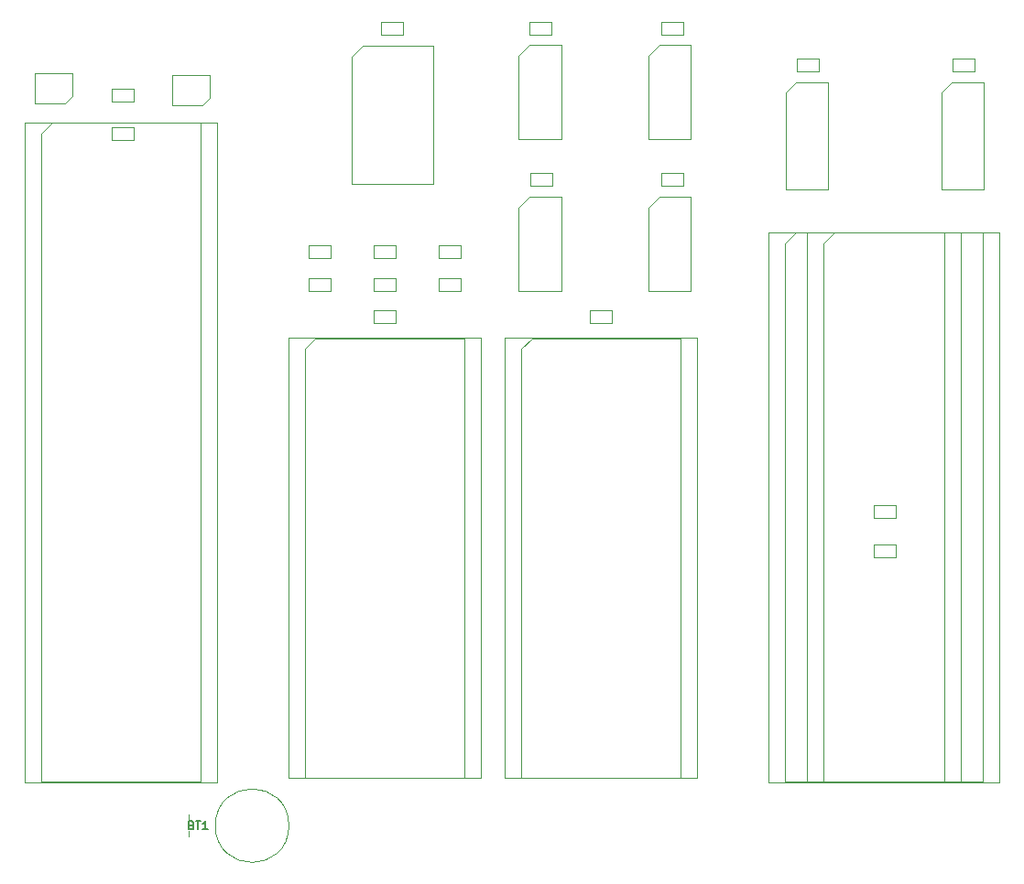
<source format=gbr>
G04 #@! TF.GenerationSoftware,KiCad,Pcbnew,(5.1.2-1)-1*
G04 #@! TF.CreationDate,2020-04-08T11:54:09+01:00*
G04 #@! TF.ProjectId,tranZPUter-SW,7472616e-5a50-4557-9465-722d53572e6b,rev?*
G04 #@! TF.SameCoordinates,Original*
G04 #@! TF.FileFunction,Other,Fab,Top*
%FSLAX46Y46*%
G04 Gerber Fmt 4.6, Leading zero omitted, Abs format (unit mm)*
G04 Created by KiCad (PCBNEW (5.1.2-1)-1) date 2020-04-08 11:54:09*
%MOMM*%
%LPD*%
G04 APERTURE LIST*
%ADD10C,0.100000*%
%ADD11C,0.150000*%
G04 APERTURE END LIST*
D10*
X147145000Y-100003000D02*
X129365000Y-100003000D01*
X147145000Y-140763000D02*
X147145000Y-100003000D01*
X129365000Y-140763000D02*
X147145000Y-140763000D01*
X129365000Y-100003000D02*
X129365000Y-140763000D01*
X130890000Y-101063000D02*
X131890000Y-100063000D01*
X130890000Y-140703000D02*
X130890000Y-101063000D01*
X145620000Y-140703000D02*
X130890000Y-140703000D01*
X145620000Y-100063000D02*
X145620000Y-140703000D01*
X131890000Y-100063000D02*
X145620000Y-100063000D01*
X191516000Y-90237000D02*
X173736000Y-90237000D01*
X191516000Y-141157000D02*
X191516000Y-90237000D01*
X173736000Y-141157000D02*
X191516000Y-141157000D01*
X173736000Y-90237000D02*
X173736000Y-141157000D01*
X175261000Y-91297000D02*
X176261000Y-90297000D01*
X175261000Y-141097000D02*
X175261000Y-91297000D01*
X189991000Y-141097000D02*
X175261000Y-141097000D01*
X189991000Y-90297000D02*
X189991000Y-141097000D01*
X176261000Y-90297000D02*
X189991000Y-90297000D01*
X129431000Y-145161000D02*
G75*
G03X129431000Y-145161000I-3400000J0D01*
G01*
X120131000Y-146161000D02*
X120131000Y-145661000D01*
X120131000Y-144661000D02*
X120131000Y-144161000D01*
X105946000Y-75562000D02*
X105946000Y-78362000D01*
X109446000Y-75562000D02*
X105946000Y-75562000D01*
X109446000Y-77662000D02*
X109446000Y-75562000D01*
X108746000Y-78362000D02*
X109446000Y-77662000D01*
X105946000Y-78362000D02*
X108746000Y-78362000D01*
X118646000Y-75689000D02*
X118646000Y-78489000D01*
X122146000Y-75689000D02*
X118646000Y-75689000D01*
X122146000Y-77789000D02*
X122146000Y-75689000D01*
X121446000Y-78489000D02*
X122146000Y-77789000D01*
X118646000Y-78489000D02*
X121446000Y-78489000D01*
X113046000Y-76997000D02*
X115046000Y-76997000D01*
X113046000Y-78197000D02*
X113046000Y-76997000D01*
X115046000Y-78197000D02*
X113046000Y-78197000D01*
X115046000Y-76997000D02*
X115046000Y-78197000D01*
X122809000Y-80077000D02*
X105029000Y-80077000D01*
X122809000Y-141157000D02*
X122809000Y-80077000D01*
X105029000Y-141157000D02*
X122809000Y-141157000D01*
X105029000Y-80077000D02*
X105029000Y-141157000D01*
X106554000Y-81137000D02*
X107554000Y-80137000D01*
X106554000Y-141097000D02*
X106554000Y-81137000D01*
X121284000Y-141097000D02*
X106554000Y-141097000D01*
X121284000Y-80137000D02*
X121284000Y-141097000D01*
X107554000Y-80137000D02*
X121284000Y-80137000D01*
X175342000Y-77358000D02*
X176317000Y-76383000D01*
X175342000Y-86283000D02*
X175342000Y-77358000D01*
X179242000Y-86283000D02*
X175342000Y-86283000D01*
X179242000Y-76383000D02*
X179242000Y-86283000D01*
X176317000Y-76383000D02*
X179242000Y-76383000D01*
X189723000Y-77358000D02*
X190698000Y-76383000D01*
X189723000Y-86283000D02*
X189723000Y-77358000D01*
X193623000Y-86283000D02*
X189723000Y-86283000D01*
X193623000Y-76383000D02*
X193623000Y-86283000D01*
X190698000Y-76383000D02*
X193623000Y-76383000D01*
X150685000Y-73931000D02*
X151660000Y-72956000D01*
X150685000Y-81606000D02*
X150685000Y-73931000D01*
X154585000Y-81606000D02*
X150685000Y-81606000D01*
X154585000Y-72956000D02*
X154585000Y-81606000D01*
X151660000Y-72956000D02*
X154585000Y-72956000D01*
X167145000Y-100003000D02*
X149365000Y-100003000D01*
X167145000Y-140763000D02*
X167145000Y-100003000D01*
X149365000Y-140763000D02*
X167145000Y-140763000D01*
X149365000Y-100003000D02*
X149365000Y-140763000D01*
X150890000Y-101063000D02*
X151890000Y-100063000D01*
X150890000Y-140703000D02*
X150890000Y-101063000D01*
X165620000Y-140703000D02*
X150890000Y-140703000D01*
X165620000Y-100063000D02*
X165620000Y-140703000D01*
X151890000Y-100063000D02*
X165620000Y-100063000D01*
X162685000Y-73931000D02*
X163660000Y-72956000D01*
X162685000Y-81606000D02*
X162685000Y-73931000D01*
X166585000Y-81606000D02*
X162685000Y-81606000D01*
X166585000Y-72956000D02*
X166585000Y-81606000D01*
X163660000Y-72956000D02*
X166585000Y-72956000D01*
X135237000Y-73981000D02*
X136237000Y-72981000D01*
X135237000Y-85781000D02*
X135237000Y-73981000D01*
X142737000Y-85781000D02*
X135237000Y-85781000D01*
X142737000Y-72981000D02*
X142737000Y-85781000D01*
X136237000Y-72981000D02*
X142737000Y-72981000D01*
X162685000Y-87983000D02*
X163660000Y-87008000D01*
X162685000Y-95658000D02*
X162685000Y-87983000D01*
X166585000Y-95658000D02*
X162685000Y-95658000D01*
X166585000Y-87008000D02*
X166585000Y-95658000D01*
X163660000Y-87008000D02*
X166585000Y-87008000D01*
X195072000Y-90237000D02*
X177292000Y-90237000D01*
X195072000Y-141157000D02*
X195072000Y-90237000D01*
X177292000Y-141157000D02*
X195072000Y-141157000D01*
X177292000Y-90237000D02*
X177292000Y-141157000D01*
X178817000Y-91297000D02*
X179817000Y-90297000D01*
X178817000Y-141097000D02*
X178817000Y-91297000D01*
X193547000Y-141097000D02*
X178817000Y-141097000D01*
X193547000Y-90297000D02*
X193547000Y-141097000D01*
X179817000Y-90297000D02*
X193547000Y-90297000D01*
X150685000Y-87983000D02*
X151660000Y-87008000D01*
X150685000Y-95658000D02*
X150685000Y-87983000D01*
X154585000Y-95658000D02*
X150685000Y-95658000D01*
X154585000Y-87008000D02*
X154585000Y-95658000D01*
X151660000Y-87008000D02*
X154585000Y-87008000D01*
X145270000Y-95679000D02*
X143270000Y-95679000D01*
X145270000Y-94479000D02*
X145270000Y-95679000D01*
X143270000Y-94479000D02*
X145270000Y-94479000D01*
X143270000Y-95679000D02*
X143270000Y-94479000D01*
X145270000Y-92679000D02*
X143270000Y-92679000D01*
X145270000Y-91479000D02*
X145270000Y-92679000D01*
X143270000Y-91479000D02*
X145270000Y-91479000D01*
X143270000Y-92679000D02*
X143270000Y-91479000D01*
X139270000Y-95679000D02*
X137270000Y-95679000D01*
X139270000Y-94479000D02*
X139270000Y-95679000D01*
X137270000Y-94479000D02*
X139270000Y-94479000D01*
X137270000Y-95679000D02*
X137270000Y-94479000D01*
X139270000Y-92679000D02*
X137270000Y-92679000D01*
X139270000Y-91479000D02*
X139270000Y-92679000D01*
X137270000Y-91479000D02*
X139270000Y-91479000D01*
X137270000Y-92679000D02*
X137270000Y-91479000D01*
X133270000Y-95679000D02*
X131270000Y-95679000D01*
X133270000Y-94479000D02*
X133270000Y-95679000D01*
X131270000Y-94479000D02*
X133270000Y-94479000D01*
X131270000Y-95679000D02*
X131270000Y-94479000D01*
X133270000Y-92679000D02*
X131270000Y-92679000D01*
X133270000Y-91479000D02*
X133270000Y-92679000D01*
X131270000Y-91479000D02*
X133270000Y-91479000D01*
X131270000Y-92679000D02*
X131270000Y-91479000D01*
X115046000Y-81753000D02*
X113046000Y-81753000D01*
X115046000Y-80553000D02*
X115046000Y-81753000D01*
X113046000Y-80553000D02*
X115046000Y-80553000D01*
X113046000Y-81753000D02*
X113046000Y-80553000D01*
X178419000Y-75403000D02*
X176419000Y-75403000D01*
X178419000Y-74203000D02*
X178419000Y-75403000D01*
X176419000Y-74203000D02*
X178419000Y-74203000D01*
X176419000Y-75403000D02*
X176419000Y-74203000D01*
X192779000Y-75403000D02*
X190779000Y-75403000D01*
X192779000Y-74203000D02*
X192779000Y-75403000D01*
X190779000Y-74203000D02*
X192779000Y-74203000D01*
X190779000Y-75403000D02*
X190779000Y-74203000D01*
X159242000Y-98644000D02*
X157242000Y-98644000D01*
X159242000Y-97444000D02*
X159242000Y-98644000D01*
X157242000Y-97444000D02*
X159242000Y-97444000D01*
X157242000Y-98644000D02*
X157242000Y-97444000D01*
X183531000Y-119161000D02*
X185531000Y-119161000D01*
X183531000Y-120361000D02*
X183531000Y-119161000D01*
X185531000Y-120361000D02*
X183531000Y-120361000D01*
X185531000Y-119161000D02*
X185531000Y-120361000D01*
X153654000Y-71974000D02*
X151654000Y-71974000D01*
X153654000Y-70774000D02*
X153654000Y-71974000D01*
X151654000Y-70774000D02*
X153654000Y-70774000D01*
X151654000Y-71974000D02*
X151654000Y-70774000D01*
X139938000Y-71974000D02*
X137938000Y-71974000D01*
X139938000Y-70774000D02*
X139938000Y-71974000D01*
X137938000Y-70774000D02*
X139938000Y-70774000D01*
X137938000Y-71974000D02*
X137938000Y-70774000D01*
X165846000Y-71974000D02*
X163846000Y-71974000D01*
X165846000Y-70774000D02*
X165846000Y-71974000D01*
X163846000Y-70774000D02*
X165846000Y-70774000D01*
X163846000Y-71974000D02*
X163846000Y-70774000D01*
X183531000Y-115478000D02*
X185531000Y-115478000D01*
X183531000Y-116678000D02*
X183531000Y-115478000D01*
X185531000Y-116678000D02*
X183531000Y-116678000D01*
X185531000Y-115478000D02*
X185531000Y-116678000D01*
X165846000Y-85933000D02*
X163846000Y-85933000D01*
X165846000Y-84733000D02*
X165846000Y-85933000D01*
X163846000Y-84733000D02*
X165846000Y-84733000D01*
X163846000Y-85933000D02*
X163846000Y-84733000D01*
X139270000Y-98679000D02*
X137270000Y-98679000D01*
X139270000Y-97479000D02*
X139270000Y-98679000D01*
X137270000Y-97479000D02*
X139270000Y-97479000D01*
X137270000Y-98679000D02*
X137270000Y-97479000D01*
X153781000Y-85933000D02*
X151781000Y-85933000D01*
X153781000Y-84733000D02*
X153781000Y-85933000D01*
X151781000Y-84733000D02*
X153781000Y-84733000D01*
X151781000Y-85933000D02*
X151781000Y-84733000D01*
D11*
X120441714Y-145107428D02*
X120548857Y-145143142D01*
X120584571Y-145178857D01*
X120620285Y-145250285D01*
X120620285Y-145357428D01*
X120584571Y-145428857D01*
X120548857Y-145464571D01*
X120477428Y-145500285D01*
X120191714Y-145500285D01*
X120191714Y-144750285D01*
X120441714Y-144750285D01*
X120513142Y-144786000D01*
X120548857Y-144821714D01*
X120584571Y-144893142D01*
X120584571Y-144964571D01*
X120548857Y-145036000D01*
X120513142Y-145071714D01*
X120441714Y-145107428D01*
X120191714Y-145107428D01*
X120834571Y-144750285D02*
X121263142Y-144750285D01*
X121048857Y-145500285D02*
X121048857Y-144750285D01*
X121906000Y-145500285D02*
X121477428Y-145500285D01*
X121691714Y-145500285D02*
X121691714Y-144750285D01*
X121620285Y-144857428D01*
X121548857Y-144928857D01*
X121477428Y-144964571D01*
M02*

</source>
